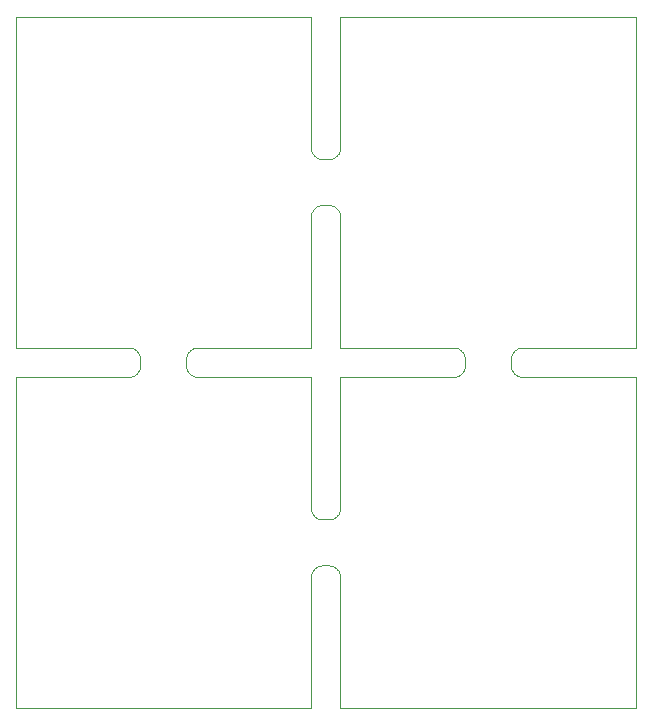
<source format=gko>
%MOIN*%
%OFA0B0*%
%FSLAX44Y44*%
%IPPOS*%
%LPD*%
%ADD10C,0*%
D10*
X00009842Y00006671D02*
X00009842Y00006671D01*
X00009842Y00011023D01*
X00006081Y00011023D01*
X00006050Y00011024D01*
X00006019Y00011028D01*
X00005989Y00011034D01*
X00005959Y00011042D01*
X00005930Y00011053D01*
X00005902Y00011066D01*
X00005875Y00011081D01*
X00005849Y00011098D01*
X00005825Y00011117D01*
X00005802Y00011138D01*
X00005781Y00011161D01*
X00005762Y00011185D01*
X00005745Y00011211D01*
X00005730Y00011238D01*
X00005717Y00011266D01*
X00005706Y00011295D01*
X00005698Y00011325D01*
X00005692Y00011355D01*
X00005688Y00011386D01*
X00005687Y00011417D01*
X00005687Y00011614D01*
X00005688Y00011645D01*
X00005692Y00011675D01*
X00005698Y00011706D01*
X00005706Y00011735D01*
X00005717Y00011764D01*
X00005730Y00011792D01*
X00005745Y00011819D01*
X00005762Y00011845D01*
X00005781Y00011869D01*
X00005802Y00011892D01*
X00005825Y00011913D01*
X00005849Y00011932D01*
X00005875Y00011949D01*
X00005902Y00011964D01*
X00005930Y00011977D01*
X00005959Y00011988D01*
X00005989Y00011996D01*
X00006019Y00012003D01*
X00006050Y00012006D01*
X00006081Y00012007D01*
X00009842Y00012007D01*
X00009842Y00016359D01*
X00009843Y00016390D01*
X00009847Y00016421D01*
X00009853Y00016451D01*
X00009861Y00016481D01*
X00009872Y00016510D01*
X00009885Y00016538D01*
X00009900Y00016565D01*
X00009917Y00016591D01*
X00009936Y00016615D01*
X00009957Y00016638D01*
X00009980Y00016659D01*
X00010004Y00016678D01*
X00010030Y00016695D01*
X00010057Y00016710D01*
X00010085Y00016723D01*
X00010114Y00016734D01*
X00010144Y00016742D01*
X00010174Y00016748D01*
X00010205Y00016752D01*
X00010236Y00016753D01*
X00010433Y00016753D01*
X00010463Y00016752D01*
X00010494Y00016748D01*
X00010524Y00016742D01*
X00010554Y00016734D01*
X00010583Y00016723D01*
X00010611Y00016710D01*
X00010638Y00016695D01*
X00010664Y00016678D01*
X00010688Y00016659D01*
X00010711Y00016638D01*
X00010732Y00016615D01*
X00010751Y00016591D01*
X00010768Y00016565D01*
X00010783Y00016538D01*
X00010796Y00016510D01*
X00010807Y00016481D01*
X00010815Y00016451D01*
X00010821Y00016421D01*
X00010825Y00016390D01*
X00010826Y00016359D01*
X00010826Y00012007D01*
X00014588Y00012007D01*
X00014619Y00012006D01*
X00014649Y00012003D01*
X00014680Y00011996D01*
X00014709Y00011988D01*
X00014738Y00011977D01*
X00014767Y00011964D01*
X00014793Y00011949D01*
X00014819Y00011932D01*
X00014843Y00011913D01*
X00014866Y00011892D01*
X00014887Y00011869D01*
X00014906Y00011845D01*
X00014923Y00011819D01*
X00014939Y00011792D01*
X00014952Y00011764D01*
X00014962Y00011735D01*
X00014971Y00011706D01*
X00014977Y00011675D01*
X00014980Y00011645D01*
X00014981Y00011614D01*
X00014981Y00011417D01*
X00014980Y00011386D01*
X00014977Y00011355D01*
X00014971Y00011325D01*
X00014962Y00011295D01*
X00014952Y00011266D01*
X00014939Y00011238D01*
X00014923Y00011211D01*
X00014906Y00011185D01*
X00014887Y00011161D01*
X00014866Y00011138D01*
X00014843Y00011117D01*
X00014819Y00011098D01*
X00014793Y00011081D01*
X00014767Y00011066D01*
X00014738Y00011053D01*
X00014709Y00011042D01*
X00014680Y00011034D01*
X00014649Y00011028D01*
X00014619Y00011024D01*
X00014588Y00011023D01*
X00010826Y00011023D01*
X00010826Y00006671D01*
X00010825Y00006640D01*
X00010821Y00006609D01*
X00010815Y00006579D01*
X00010807Y00006549D01*
X00010796Y00006520D01*
X00010783Y00006492D01*
X00010768Y00006465D01*
X00010751Y00006440D01*
X00010732Y00006415D01*
X00010711Y00006393D01*
X00010688Y00006372D01*
X00010664Y00006353D01*
X00010638Y00006335D01*
X00010611Y00006320D01*
X00010583Y00006307D01*
X00010554Y00006297D01*
X00010524Y00006288D01*
X00010494Y00006282D01*
X00010463Y00006279D01*
X00010433Y00006277D01*
X00010236Y00006277D01*
X00010205Y00006279D01*
X00010174Y00006282D01*
X00010144Y00006288D01*
X00010114Y00006297D01*
X00010085Y00006307D01*
X00010057Y00006320D01*
X00010030Y00006335D01*
X00010004Y00006353D01*
X00009980Y00006372D01*
X00009957Y00006393D01*
X00009936Y00006415D01*
X00009917Y00006440D01*
X00009900Y00006465D01*
X00009885Y00006492D01*
X00009872Y00006520D01*
X00009861Y00006549D01*
X00009853Y00006579D01*
X00009847Y00006609D01*
X00009843Y00006640D01*
X00009842Y00006671D01*
X00000000Y00000000D02*
X00000000Y00000000D01*
X00009842Y00000000D01*
X00009842Y00004352D01*
X00009843Y00004382D01*
X00009847Y00004413D01*
X00009853Y00004443D01*
X00009861Y00004473D01*
X00009872Y00004502D01*
X00009885Y00004530D01*
X00009900Y00004557D01*
X00009917Y00004583D01*
X00009936Y00004607D01*
X00009957Y00004630D01*
X00009980Y00004651D01*
X00010004Y00004670D01*
X00010030Y00004687D01*
X00010057Y00004702D01*
X00010085Y00004715D01*
X00010114Y00004726D01*
X00010144Y00004734D01*
X00010174Y00004740D01*
X00010205Y00004744D01*
X00010236Y00004745D01*
X00010433Y00004745D01*
X00010463Y00004744D01*
X00010494Y00004740D01*
X00010524Y00004734D01*
X00010554Y00004726D01*
X00010583Y00004715D01*
X00010611Y00004702D01*
X00010638Y00004687D01*
X00010664Y00004670D01*
X00010688Y00004651D01*
X00010711Y00004630D01*
X00010732Y00004607D01*
X00010751Y00004583D01*
X00010768Y00004557D01*
X00010783Y00004530D01*
X00010796Y00004502D01*
X00010807Y00004473D01*
X00010815Y00004443D01*
X00010821Y00004413D01*
X00010825Y00004382D01*
X00010826Y00004352D01*
X00010826Y00000000D01*
X00020669Y00000000D01*
X00020669Y00011023D01*
X00016907Y00011023D01*
X00016876Y00011024D01*
X00016846Y00011028D01*
X00016815Y00011034D01*
X00016786Y00011042D01*
X00016757Y00011053D01*
X00016729Y00011066D01*
X00016702Y00011081D01*
X00016676Y00011098D01*
X00016652Y00011117D01*
X00016629Y00011138D01*
X00016608Y00011161D01*
X00016589Y00011185D01*
X00016572Y00011211D01*
X00016556Y00011238D01*
X00016544Y00011266D01*
X00016533Y00011295D01*
X00016524Y00011325D01*
X00016518Y00011355D01*
X00016515Y00011386D01*
X00016514Y00011417D01*
X00016514Y00011614D01*
X00016515Y00011645D01*
X00016518Y00011675D01*
X00016524Y00011706D01*
X00016533Y00011735D01*
X00016544Y00011764D01*
X00016556Y00011792D01*
X00016572Y00011819D01*
X00016589Y00011845D01*
X00016608Y00011869D01*
X00016629Y00011892D01*
X00016652Y00011913D01*
X00016676Y00011932D01*
X00016702Y00011949D01*
X00016729Y00011964D01*
X00016757Y00011977D01*
X00016786Y00011988D01*
X00016815Y00011996D01*
X00016846Y00012003D01*
X00016876Y00012006D01*
X00016907Y00012007D01*
X00020669Y00012007D01*
X00020669Y00023031D01*
X00010826Y00023031D01*
X00010826Y00018679D01*
X00010825Y00018648D01*
X00010821Y00018617D01*
X00010815Y00018587D01*
X00010807Y00018557D01*
X00010796Y00018528D01*
X00010783Y00018500D01*
X00010768Y00018473D01*
X00010751Y00018448D01*
X00010732Y00018423D01*
X00010711Y00018401D01*
X00010688Y00018380D01*
X00010664Y00018360D01*
X00010638Y00018343D01*
X00010611Y00018328D01*
X00010583Y00018315D01*
X00010554Y00018305D01*
X00010524Y00018296D01*
X00010494Y00018290D01*
X00010463Y00018286D01*
X00010433Y00018285D01*
X00010236Y00018285D01*
X00010205Y00018286D01*
X00010174Y00018290D01*
X00010144Y00018296D01*
X00010114Y00018305D01*
X00010085Y00018315D01*
X00010057Y00018328D01*
X00010030Y00018343D01*
X00010004Y00018360D01*
X00009980Y00018380D01*
X00009957Y00018401D01*
X00009936Y00018423D01*
X00009917Y00018448D01*
X00009900Y00018473D01*
X00009885Y00018500D01*
X00009872Y00018528D01*
X00009861Y00018557D01*
X00009853Y00018587D01*
X00009847Y00018617D01*
X00009843Y00018648D01*
X00009842Y00018679D01*
X00009842Y00023031D01*
X00000000Y00023031D01*
X00000000Y00012007D01*
X00003761Y00012007D01*
X00003792Y00012006D01*
X00003823Y00012003D01*
X00003853Y00011996D01*
X00003883Y00011988D01*
X00003912Y00011977D01*
X00003940Y00011964D01*
X00003967Y00011949D01*
X00003992Y00011932D01*
X00004017Y00011913D01*
X00004039Y00011892D01*
X00004060Y00011869D01*
X00004080Y00011845D01*
X00004097Y00011819D01*
X00004112Y00011792D01*
X00004125Y00011764D01*
X00004135Y00011735D01*
X00004144Y00011706D01*
X00004150Y00011675D01*
X00004153Y00011645D01*
X00004155Y00011614D01*
X00004155Y00011417D01*
X00004153Y00011386D01*
X00004150Y00011355D01*
X00004144Y00011325D01*
X00004135Y00011295D01*
X00004125Y00011266D01*
X00004112Y00011238D01*
X00004097Y00011211D01*
X00004080Y00011185D01*
X00004060Y00011161D01*
X00004039Y00011138D01*
X00004017Y00011117D01*
X00003992Y00011098D01*
X00003967Y00011081D01*
X00003940Y00011066D01*
X00003912Y00011053D01*
X00003883Y00011042D01*
X00003853Y00011034D01*
X00003823Y00011028D01*
X00003792Y00011024D01*
X00003761Y00011023D01*
X00000000Y00011023D01*
X00000000Y00000000D01*
M02*
</source>
